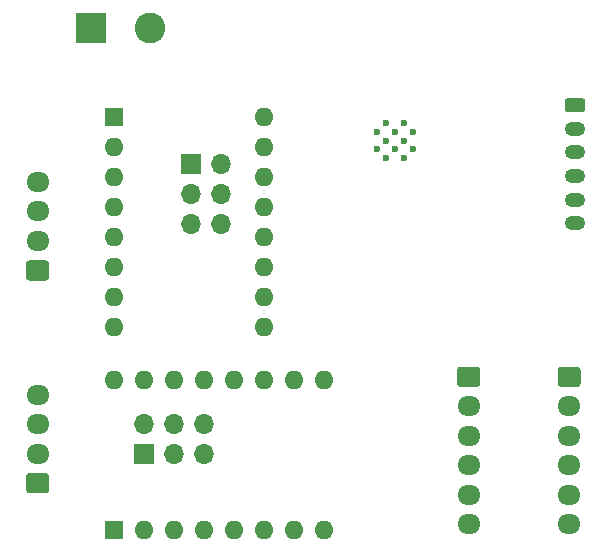
<source format=gbs>
G04 #@! TF.GenerationSoftware,KiCad,Pcbnew,(5.1.9)-1*
G04 #@! TF.CreationDate,2021-05-18T22:54:22-05:00*
G04 #@! TF.ProjectId,DevMagneticEncoders,4465764d-6167-46e6-9574-6963456e636f,rev?*
G04 #@! TF.SameCoordinates,Original*
G04 #@! TF.FileFunction,Soldermask,Bot*
G04 #@! TF.FilePolarity,Negative*
%FSLAX46Y46*%
G04 Gerber Fmt 4.6, Leading zero omitted, Abs format (unit mm)*
G04 Created by KiCad (PCBNEW (5.1.9)-1) date 2021-05-18 22:54:22*
%MOMM*%
%LPD*%
G01*
G04 APERTURE LIST*
%ADD10O,1.950000X1.700000*%
%ADD11C,0.600000*%
%ADD12O,1.750000X1.200000*%
%ADD13O,1.700000X1.700000*%
%ADD14R,1.700000X1.700000*%
%ADD15C,2.600000*%
%ADD16R,2.600000X2.600000*%
%ADD17O,1.600000X1.600000*%
%ADD18R,1.600000X1.600000*%
G04 APERTURE END LIST*
D10*
X103500000Y-106500000D03*
X103500000Y-104000000D03*
X103500000Y-101500000D03*
X103500000Y-99000000D03*
X103500000Y-96500000D03*
G36*
G01*
X102775000Y-93150000D02*
X104225000Y-93150000D01*
G75*
G02*
X104475000Y-93400000I0J-250000D01*
G01*
X104475000Y-94600000D01*
G75*
G02*
X104225000Y-94850000I-250000J0D01*
G01*
X102775000Y-94850000D01*
G75*
G02*
X102525000Y-94600000I0J250000D01*
G01*
X102525000Y-93400000D01*
G75*
G02*
X102775000Y-93150000I250000J0D01*
G01*
G37*
X112000000Y-106500000D03*
X112000000Y-104000000D03*
X112000000Y-101500000D03*
X112000000Y-99000000D03*
X112000000Y-96500000D03*
G36*
G01*
X111275000Y-93150000D02*
X112725000Y-93150000D01*
G75*
G02*
X112975000Y-93400000I0J-250000D01*
G01*
X112975000Y-94600000D01*
G75*
G02*
X112725000Y-94850000I-250000J0D01*
G01*
X111275000Y-94850000D01*
G75*
G02*
X111025000Y-94600000I0J250000D01*
G01*
X111025000Y-93400000D01*
G75*
G02*
X111275000Y-93150000I250000J0D01*
G01*
G37*
D11*
X98000000Y-75500000D03*
X98750000Y-74750000D03*
X98750000Y-73250000D03*
X95750000Y-73250000D03*
X95750000Y-74750000D03*
X96500000Y-75500000D03*
X97300000Y-74750000D03*
X96500000Y-74000000D03*
X97300000Y-73250000D03*
X98000000Y-74000000D03*
X98000000Y-72500000D03*
X96500000Y-72500000D03*
D10*
X67000000Y-77500000D03*
X67000000Y-80000000D03*
X67000000Y-82500000D03*
G36*
G01*
X67725000Y-85850000D02*
X66275000Y-85850000D01*
G75*
G02*
X66025000Y-85600000I0J250000D01*
G01*
X66025000Y-84400000D01*
G75*
G02*
X66275000Y-84150000I250000J0D01*
G01*
X67725000Y-84150000D01*
G75*
G02*
X67975000Y-84400000I0J-250000D01*
G01*
X67975000Y-85600000D01*
G75*
G02*
X67725000Y-85850000I-250000J0D01*
G01*
G37*
X67000000Y-95500000D03*
X67000000Y-98000000D03*
X67000000Y-100500000D03*
G36*
G01*
X67725000Y-103850000D02*
X66275000Y-103850000D01*
G75*
G02*
X66025000Y-103600000I0J250000D01*
G01*
X66025000Y-102400000D01*
G75*
G02*
X66275000Y-102150000I250000J0D01*
G01*
X67725000Y-102150000D01*
G75*
G02*
X67975000Y-102400000I0J-250000D01*
G01*
X67975000Y-103600000D01*
G75*
G02*
X67725000Y-103850000I-250000J0D01*
G01*
G37*
D12*
X112500000Y-81000000D03*
X112500000Y-79000000D03*
X112500000Y-77000000D03*
X112500000Y-75000000D03*
X112500000Y-73000000D03*
G36*
G01*
X111874999Y-70400000D02*
X113125001Y-70400000D01*
G75*
G02*
X113375000Y-70649999I0J-249999D01*
G01*
X113375000Y-71350001D01*
G75*
G02*
X113125001Y-71600000I-249999J0D01*
G01*
X111874999Y-71600000D01*
G75*
G02*
X111625000Y-71350001I0J249999D01*
G01*
X111625000Y-70649999D01*
G75*
G02*
X111874999Y-70400000I249999J0D01*
G01*
G37*
D13*
X82540000Y-81080000D03*
X80000000Y-81080000D03*
X82540000Y-78540000D03*
X80000000Y-78540000D03*
X82540000Y-76000000D03*
D14*
X80000000Y-76000000D03*
D13*
X81080000Y-97960000D03*
X81080000Y-100500000D03*
X78540000Y-97960000D03*
X78540000Y-100500000D03*
X76000000Y-97960000D03*
D14*
X76000000Y-100500000D03*
D15*
X76500000Y-64500000D03*
D16*
X71500000Y-64500000D03*
D17*
X86200000Y-72000000D03*
X73500000Y-89780000D03*
X86200000Y-74540000D03*
X73500000Y-87240000D03*
X86200000Y-77080000D03*
X73500000Y-84700000D03*
X86200000Y-79620000D03*
X73500000Y-82160000D03*
X86200000Y-82160000D03*
X73500000Y-79620000D03*
X86200000Y-84700000D03*
X73500000Y-77080000D03*
X86200000Y-87240000D03*
X73500000Y-74540000D03*
X86200000Y-89780000D03*
D18*
X73500000Y-72000000D03*
D17*
X73500000Y-94300000D03*
X91280000Y-107000000D03*
X76040000Y-94300000D03*
X88740000Y-107000000D03*
X78580000Y-94300000D03*
X86200000Y-107000000D03*
X81120000Y-94300000D03*
X83660000Y-107000000D03*
X83660000Y-94300000D03*
X81120000Y-107000000D03*
X86200000Y-94300000D03*
X78580000Y-107000000D03*
X88740000Y-94300000D03*
X76040000Y-107000000D03*
X91280000Y-94300000D03*
D18*
X73500000Y-107000000D03*
M02*

</source>
